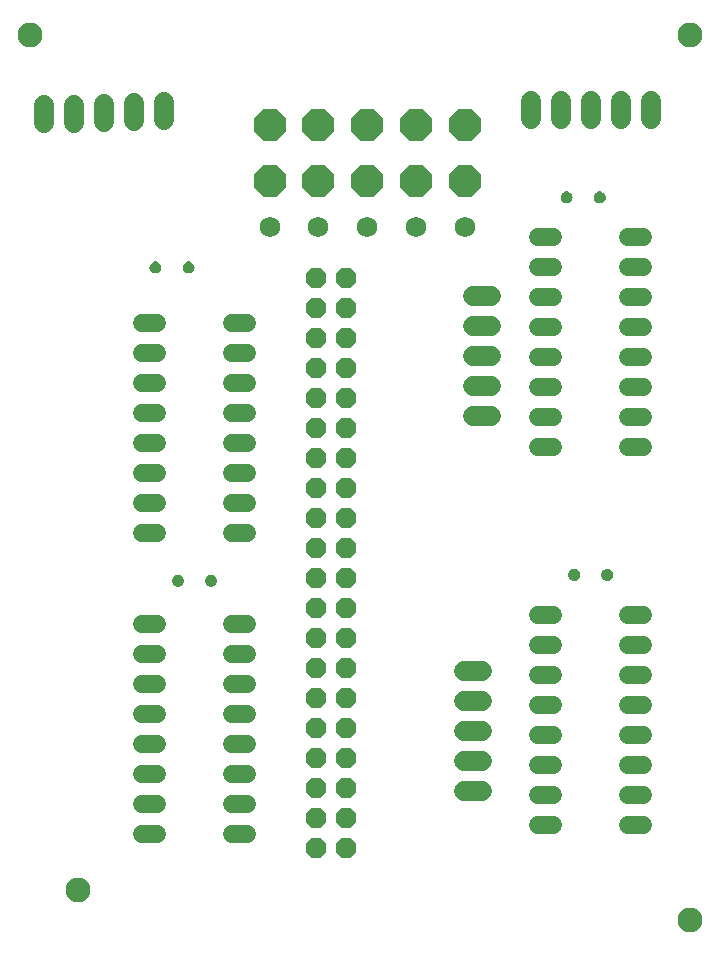
<source format=gbr>
G04 EAGLE Gerber RS-274X export*
G75*
%MOMM*%
%FSLAX34Y34*%
%LPD*%
%INSoldermask Top*%
%IPPOS*%
%AMOC8*
5,1,8,0,0,1.08239X$1,22.5*%
G01*
%ADD10C,2.108200*%
%ADD11C,1.727200*%
%ADD12C,1.727200*%
%ADD13P,1.869504X8X292.500000*%
%ADD14C,1.524000*%
%ADD15P,2.969212X8X22.500000*%
%ADD16P,2.969212X8X112.500000*%

G36*
X518146Y657370D02*
X518146Y657370D01*
X518272Y657368D01*
X519283Y657508D01*
X519331Y657524D01*
X519421Y657543D01*
X520376Y657904D01*
X520419Y657930D01*
X520503Y657969D01*
X521353Y658534D01*
X521390Y658569D01*
X521462Y658625D01*
X522166Y659365D01*
X522194Y659407D01*
X522252Y659478D01*
X522773Y660356D01*
X522791Y660403D01*
X522832Y660486D01*
X523145Y661458D01*
X523152Y661508D01*
X523173Y661597D01*
X523262Y662614D01*
X523257Y662665D01*
X523258Y662755D01*
X523127Y663719D01*
X523111Y663767D01*
X523092Y663857D01*
X522750Y664768D01*
X522724Y664811D01*
X522685Y664894D01*
X522148Y665706D01*
X522113Y665742D01*
X522057Y665815D01*
X521353Y666486D01*
X521311Y666514D01*
X521240Y666572D01*
X520405Y667070D01*
X520357Y667088D01*
X520275Y667129D01*
X519350Y667429D01*
X519299Y667436D01*
X519210Y667457D01*
X518241Y667543D01*
X518194Y667539D01*
X518119Y667542D01*
X517143Y667441D01*
X517095Y667427D01*
X517005Y667411D01*
X516076Y667095D01*
X516032Y667070D01*
X515947Y667034D01*
X515112Y666519D01*
X515075Y666486D01*
X515000Y666432D01*
X514301Y665744D01*
X514271Y665702D01*
X514211Y665633D01*
X513682Y664807D01*
X513663Y664760D01*
X513619Y664680D01*
X513287Y663756D01*
X513279Y663707D01*
X513254Y663618D01*
X513136Y662644D01*
X513139Y662594D01*
X513135Y662507D01*
X513230Y661505D01*
X513244Y661457D01*
X513260Y661366D01*
X513576Y660410D01*
X513600Y660366D01*
X513636Y660281D01*
X514157Y659420D01*
X514190Y659382D01*
X514243Y659308D01*
X514943Y658584D01*
X514984Y658554D01*
X515053Y658493D01*
X515896Y657944D01*
X515942Y657924D01*
X516023Y657880D01*
X516967Y657531D01*
X517017Y657522D01*
X517105Y657497D01*
X518103Y657368D01*
X518146Y657370D01*
G37*
G36*
X546137Y657370D02*
X546137Y657370D01*
X546263Y657368D01*
X547274Y657508D01*
X547322Y657524D01*
X547412Y657543D01*
X548367Y657904D01*
X548410Y657930D01*
X548494Y657969D01*
X549344Y658534D01*
X549381Y658569D01*
X549453Y658625D01*
X550157Y659365D01*
X550185Y659407D01*
X550243Y659478D01*
X550764Y660356D01*
X550782Y660403D01*
X550823Y660486D01*
X551136Y661458D01*
X551143Y661508D01*
X551164Y661597D01*
X551253Y662614D01*
X551248Y662665D01*
X551249Y662755D01*
X551118Y663719D01*
X551102Y663767D01*
X551083Y663857D01*
X550741Y664768D01*
X550715Y664811D01*
X550676Y664894D01*
X550139Y665706D01*
X550104Y665742D01*
X550048Y665815D01*
X549344Y666486D01*
X549302Y666514D01*
X549231Y666572D01*
X548396Y667070D01*
X548348Y667088D01*
X548266Y667129D01*
X547341Y667429D01*
X547290Y667436D01*
X547201Y667457D01*
X546232Y667543D01*
X546185Y667539D01*
X546110Y667542D01*
X545134Y667441D01*
X545086Y667427D01*
X544996Y667411D01*
X544067Y667095D01*
X544023Y667070D01*
X543938Y667034D01*
X543103Y666519D01*
X543066Y666486D01*
X542991Y666432D01*
X542292Y665744D01*
X542262Y665702D01*
X542202Y665633D01*
X541673Y664807D01*
X541654Y664760D01*
X541610Y664680D01*
X541278Y663756D01*
X541270Y663707D01*
X541245Y663618D01*
X541127Y662644D01*
X541130Y662594D01*
X541126Y662507D01*
X541221Y661505D01*
X541235Y661457D01*
X541251Y661366D01*
X541567Y660410D01*
X541591Y660366D01*
X541627Y660281D01*
X542148Y659420D01*
X542181Y659382D01*
X542234Y659308D01*
X542934Y658584D01*
X542975Y658554D01*
X543044Y658493D01*
X543887Y657944D01*
X543933Y657924D01*
X544014Y657880D01*
X544958Y657531D01*
X545008Y657522D01*
X545096Y657497D01*
X546094Y657368D01*
X546137Y657370D01*
G37*
G36*
X552487Y337753D02*
X552487Y337753D01*
X552613Y337752D01*
X553624Y337891D01*
X553672Y337907D01*
X553762Y337926D01*
X554717Y338288D01*
X554760Y338314D01*
X554844Y338353D01*
X555694Y338917D01*
X555731Y338952D01*
X555803Y339009D01*
X556507Y339749D01*
X556535Y339791D01*
X556593Y339862D01*
X557114Y340740D01*
X557132Y340787D01*
X557173Y340869D01*
X557486Y341841D01*
X557493Y341891D01*
X557514Y341980D01*
X557603Y342998D01*
X557598Y343048D01*
X557599Y343139D01*
X557468Y344103D01*
X557452Y344151D01*
X557433Y344240D01*
X557091Y345151D01*
X557065Y345194D01*
X557026Y345278D01*
X556489Y346089D01*
X556454Y346125D01*
X556398Y346198D01*
X555694Y346870D01*
X555652Y346898D01*
X555581Y346956D01*
X554746Y347454D01*
X554698Y347472D01*
X554616Y347512D01*
X553691Y347812D01*
X553640Y347819D01*
X553551Y347841D01*
X552582Y347927D01*
X552535Y347923D01*
X552460Y347926D01*
X551484Y347824D01*
X551436Y347810D01*
X551346Y347794D01*
X550417Y347478D01*
X550373Y347454D01*
X550288Y347417D01*
X549453Y346903D01*
X549416Y346869D01*
X549341Y346815D01*
X548642Y346127D01*
X548612Y346086D01*
X548552Y346017D01*
X548023Y345190D01*
X548004Y345144D01*
X547960Y345063D01*
X547628Y344140D01*
X547620Y344090D01*
X547595Y344001D01*
X547477Y343027D01*
X547480Y342977D01*
X547476Y342891D01*
X547571Y341889D01*
X547585Y341840D01*
X547601Y341750D01*
X547917Y340794D01*
X547941Y340749D01*
X547977Y340665D01*
X548498Y339804D01*
X548531Y339766D01*
X548584Y339691D01*
X549284Y338967D01*
X549325Y338938D01*
X549394Y338877D01*
X550237Y338327D01*
X550283Y338307D01*
X550364Y338263D01*
X551308Y337915D01*
X551358Y337906D01*
X551446Y337881D01*
X552444Y337751D01*
X552487Y337753D01*
G37*
G36*
X524496Y337753D02*
X524496Y337753D01*
X524622Y337752D01*
X525633Y337891D01*
X525681Y337907D01*
X525771Y337926D01*
X526726Y338288D01*
X526769Y338314D01*
X526853Y338353D01*
X527703Y338917D01*
X527740Y338952D01*
X527812Y339009D01*
X528516Y339749D01*
X528544Y339791D01*
X528602Y339862D01*
X529123Y340740D01*
X529141Y340787D01*
X529182Y340869D01*
X529495Y341841D01*
X529502Y341891D01*
X529523Y341980D01*
X529612Y342998D01*
X529607Y343048D01*
X529608Y343139D01*
X529477Y344103D01*
X529461Y344151D01*
X529442Y344240D01*
X529100Y345151D01*
X529074Y345194D01*
X529035Y345278D01*
X528498Y346089D01*
X528463Y346125D01*
X528407Y346198D01*
X527703Y346870D01*
X527661Y346898D01*
X527590Y346956D01*
X526755Y347454D01*
X526707Y347472D01*
X526625Y347512D01*
X525700Y347812D01*
X525649Y347819D01*
X525560Y347841D01*
X524591Y347927D01*
X524544Y347923D01*
X524469Y347926D01*
X523493Y347824D01*
X523445Y347810D01*
X523355Y347794D01*
X522426Y347478D01*
X522382Y347454D01*
X522297Y347417D01*
X521462Y346903D01*
X521425Y346869D01*
X521350Y346815D01*
X520651Y346127D01*
X520621Y346086D01*
X520561Y346017D01*
X520032Y345190D01*
X520013Y345144D01*
X519969Y345063D01*
X519637Y344140D01*
X519629Y344090D01*
X519604Y344001D01*
X519486Y343027D01*
X519489Y342977D01*
X519485Y342891D01*
X519580Y341889D01*
X519594Y341840D01*
X519610Y341750D01*
X519926Y340794D01*
X519950Y340749D01*
X519986Y340665D01*
X520507Y339804D01*
X520540Y339766D01*
X520593Y339691D01*
X521293Y338967D01*
X521334Y338938D01*
X521403Y338877D01*
X522246Y338327D01*
X522292Y338307D01*
X522373Y338263D01*
X523317Y337915D01*
X523367Y337906D01*
X523455Y337881D01*
X524453Y337751D01*
X524496Y337753D01*
G37*
G36*
X198086Y598227D02*
X198086Y598227D01*
X198161Y598224D01*
X199137Y598326D01*
X199185Y598340D01*
X199275Y598356D01*
X200204Y598672D01*
X200248Y598697D01*
X200333Y598733D01*
X201168Y599247D01*
X201205Y599281D01*
X201280Y599335D01*
X201980Y600023D01*
X202009Y600064D01*
X202069Y600133D01*
X202598Y600960D01*
X202617Y601006D01*
X202661Y601087D01*
X202993Y602010D01*
X203001Y602060D01*
X203026Y602149D01*
X203144Y603123D01*
X203141Y603173D01*
X203145Y603259D01*
X203050Y604261D01*
X203036Y604310D01*
X203020Y604400D01*
X202704Y605356D01*
X202680Y605401D01*
X202645Y605485D01*
X202123Y606346D01*
X202090Y606384D01*
X202037Y606459D01*
X201337Y607183D01*
X201296Y607212D01*
X201227Y607273D01*
X200384Y607823D01*
X200338Y607843D01*
X200257Y607887D01*
X199313Y608235D01*
X199263Y608244D01*
X199175Y608269D01*
X198177Y608399D01*
X198134Y608397D01*
X198008Y608398D01*
X196997Y608259D01*
X196949Y608243D01*
X196859Y608224D01*
X195904Y607862D01*
X195861Y607836D01*
X195777Y607798D01*
X194927Y607233D01*
X194890Y607198D01*
X194818Y607141D01*
X194114Y606402D01*
X194086Y606359D01*
X194028Y606288D01*
X193507Y605410D01*
X193489Y605363D01*
X193448Y605281D01*
X193135Y604309D01*
X193128Y604259D01*
X193107Y604170D01*
X193018Y603152D01*
X193023Y603102D01*
X193022Y603011D01*
X193153Y602047D01*
X193169Y601999D01*
X193188Y601910D01*
X193530Y600999D01*
X193556Y600956D01*
X193595Y600873D01*
X194132Y600061D01*
X194167Y600025D01*
X194223Y599952D01*
X194927Y599280D01*
X194969Y599253D01*
X195040Y599194D01*
X195876Y598696D01*
X195923Y598678D01*
X196005Y598638D01*
X196931Y598338D01*
X196981Y598331D01*
X197070Y598309D01*
X198039Y598223D01*
X198086Y598227D01*
G37*
G36*
X170095Y598227D02*
X170095Y598227D01*
X170170Y598224D01*
X171146Y598326D01*
X171194Y598340D01*
X171284Y598356D01*
X172213Y598672D01*
X172257Y598697D01*
X172342Y598733D01*
X173177Y599247D01*
X173214Y599281D01*
X173289Y599335D01*
X173989Y600023D01*
X174018Y600064D01*
X174078Y600133D01*
X174607Y600960D01*
X174626Y601006D01*
X174670Y601087D01*
X175002Y602010D01*
X175010Y602060D01*
X175035Y602149D01*
X175153Y603123D01*
X175150Y603173D01*
X175154Y603259D01*
X175059Y604261D01*
X175045Y604310D01*
X175029Y604400D01*
X174713Y605356D01*
X174689Y605401D01*
X174654Y605485D01*
X174132Y606346D01*
X174099Y606384D01*
X174046Y606459D01*
X173346Y607183D01*
X173305Y607212D01*
X173236Y607273D01*
X172393Y607823D01*
X172347Y607843D01*
X172266Y607887D01*
X171322Y608235D01*
X171272Y608244D01*
X171184Y608269D01*
X170186Y608399D01*
X170143Y608397D01*
X170017Y608398D01*
X169006Y608259D01*
X168958Y608243D01*
X168868Y608224D01*
X167913Y607862D01*
X167870Y607836D01*
X167786Y607798D01*
X166936Y607233D01*
X166899Y607198D01*
X166827Y607141D01*
X166123Y606402D01*
X166095Y606359D01*
X166037Y606288D01*
X165516Y605410D01*
X165498Y605363D01*
X165457Y605281D01*
X165144Y604309D01*
X165137Y604259D01*
X165116Y604170D01*
X165027Y603152D01*
X165032Y603102D01*
X165031Y603011D01*
X165162Y602047D01*
X165178Y601999D01*
X165197Y601910D01*
X165539Y600999D01*
X165565Y600956D01*
X165604Y600873D01*
X166141Y600061D01*
X166176Y600025D01*
X166232Y599952D01*
X166936Y599280D01*
X166978Y599253D01*
X167049Y599194D01*
X167885Y598696D01*
X167932Y598678D01*
X168014Y598638D01*
X168940Y598338D01*
X168990Y598331D01*
X169079Y598309D01*
X170048Y598223D01*
X170095Y598227D01*
G37*
G36*
X189145Y332797D02*
X189145Y332797D01*
X189220Y332794D01*
X190196Y332896D01*
X190244Y332910D01*
X190334Y332926D01*
X191263Y333242D01*
X191307Y333267D01*
X191392Y333303D01*
X192227Y333817D01*
X192264Y333851D01*
X192339Y333905D01*
X193039Y334593D01*
X193068Y334634D01*
X193128Y334703D01*
X193657Y335530D01*
X193676Y335576D01*
X193720Y335657D01*
X194052Y336580D01*
X194060Y336630D01*
X194085Y336719D01*
X194203Y337693D01*
X194200Y337743D01*
X194204Y337829D01*
X194109Y338831D01*
X194095Y338880D01*
X194079Y338970D01*
X193763Y339926D01*
X193739Y339971D01*
X193704Y340055D01*
X193182Y340916D01*
X193149Y340954D01*
X193096Y341029D01*
X192396Y341753D01*
X192355Y341782D01*
X192286Y341843D01*
X191443Y342393D01*
X191397Y342413D01*
X191316Y342457D01*
X190372Y342805D01*
X190322Y342814D01*
X190234Y342839D01*
X189236Y342969D01*
X189193Y342967D01*
X189067Y342968D01*
X188056Y342829D01*
X188008Y342813D01*
X187918Y342794D01*
X186963Y342432D01*
X186920Y342406D01*
X186836Y342368D01*
X185986Y341803D01*
X185949Y341768D01*
X185877Y341711D01*
X185173Y340972D01*
X185145Y340929D01*
X185087Y340858D01*
X184566Y339980D01*
X184548Y339933D01*
X184507Y339851D01*
X184194Y338879D01*
X184187Y338829D01*
X184166Y338740D01*
X184077Y337722D01*
X184082Y337672D01*
X184081Y337581D01*
X184212Y336617D01*
X184228Y336569D01*
X184247Y336480D01*
X184589Y335569D01*
X184615Y335526D01*
X184654Y335443D01*
X185191Y334631D01*
X185226Y334595D01*
X185282Y334522D01*
X185986Y333850D01*
X186028Y333823D01*
X186099Y333764D01*
X186935Y333266D01*
X186982Y333248D01*
X187064Y333208D01*
X187990Y332908D01*
X188040Y332901D01*
X188129Y332879D01*
X189098Y332793D01*
X189145Y332797D01*
G37*
G36*
X217136Y332797D02*
X217136Y332797D01*
X217211Y332794D01*
X218187Y332896D01*
X218235Y332910D01*
X218325Y332926D01*
X219254Y333242D01*
X219298Y333267D01*
X219383Y333303D01*
X220218Y333817D01*
X220255Y333851D01*
X220330Y333905D01*
X221030Y334593D01*
X221059Y334634D01*
X221119Y334703D01*
X221648Y335530D01*
X221667Y335576D01*
X221711Y335657D01*
X222043Y336580D01*
X222051Y336630D01*
X222076Y336719D01*
X222194Y337693D01*
X222191Y337743D01*
X222195Y337829D01*
X222100Y338831D01*
X222086Y338880D01*
X222070Y338970D01*
X221754Y339926D01*
X221730Y339971D01*
X221695Y340055D01*
X221173Y340916D01*
X221140Y340954D01*
X221087Y341029D01*
X220387Y341753D01*
X220346Y341782D01*
X220277Y341843D01*
X219434Y342393D01*
X219388Y342413D01*
X219307Y342457D01*
X218363Y342805D01*
X218313Y342814D01*
X218225Y342839D01*
X217227Y342969D01*
X217184Y342967D01*
X217058Y342968D01*
X216047Y342829D01*
X215999Y342813D01*
X215909Y342794D01*
X214954Y342432D01*
X214911Y342406D01*
X214827Y342368D01*
X213977Y341803D01*
X213940Y341768D01*
X213868Y341711D01*
X213164Y340972D01*
X213136Y340929D01*
X213078Y340858D01*
X212557Y339980D01*
X212539Y339933D01*
X212498Y339851D01*
X212185Y338879D01*
X212178Y338829D01*
X212157Y338740D01*
X212068Y337722D01*
X212073Y337672D01*
X212072Y337581D01*
X212203Y336617D01*
X212219Y336569D01*
X212238Y336480D01*
X212580Y335569D01*
X212606Y335526D01*
X212645Y335443D01*
X213182Y334631D01*
X213217Y334595D01*
X213273Y334522D01*
X213977Y333850D01*
X214019Y333823D01*
X214090Y333764D01*
X214926Y333266D01*
X214973Y333248D01*
X215055Y333208D01*
X215981Y332908D01*
X216031Y332901D01*
X216120Y332879D01*
X217089Y332793D01*
X217136Y332797D01*
G37*
D10*
X63500Y800100D03*
X622300Y800100D03*
X104140Y76200D03*
X622300Y50800D03*
D11*
X266700Y637540D03*
X307975Y637540D03*
X349250Y637540D03*
X390525Y637540D03*
X431800Y637540D03*
D12*
X589915Y728980D02*
X589915Y744220D01*
X564515Y744220D02*
X564515Y728980D01*
X539115Y728980D02*
X539115Y744220D01*
X513715Y744220D02*
X513715Y728980D01*
X488315Y728980D02*
X488315Y744220D01*
X176964Y742919D02*
X177336Y727683D01*
X151944Y727063D02*
X151571Y742298D01*
X126179Y741678D02*
X126551Y726442D01*
X101159Y725822D02*
X100786Y741057D01*
X75394Y740437D02*
X75766Y725201D01*
X438785Y579120D02*
X454025Y579120D01*
X454025Y553720D02*
X438785Y553720D01*
X438785Y528320D02*
X454025Y528320D01*
X454025Y502920D02*
X438785Y502920D01*
X438785Y477520D02*
X454025Y477520D01*
X446405Y261620D02*
X431165Y261620D01*
X431165Y236220D02*
X446405Y236220D01*
X446405Y210820D02*
X431165Y210820D01*
X431165Y185420D02*
X446405Y185420D01*
X446405Y160020D02*
X431165Y160020D01*
D13*
X306070Y594360D03*
X331470Y594360D03*
X306070Y568960D03*
X331470Y568960D03*
X306070Y543560D03*
X331470Y543560D03*
X306070Y518160D03*
X331470Y518160D03*
X306070Y492760D03*
X331470Y492760D03*
X306070Y467360D03*
X331470Y467360D03*
X306070Y441960D03*
X331470Y441960D03*
X306070Y416560D03*
X331470Y416560D03*
X306070Y391160D03*
X331470Y391160D03*
X306070Y365760D03*
X331470Y365760D03*
X306070Y340360D03*
X331470Y340360D03*
X306070Y314960D03*
X331470Y314960D03*
X306070Y289560D03*
X331470Y289560D03*
X306070Y264160D03*
X331470Y264160D03*
X306070Y238760D03*
X331470Y238760D03*
X306070Y213360D03*
X331470Y213360D03*
X306070Y187960D03*
X331470Y187960D03*
X306070Y162560D03*
X331470Y162560D03*
X306070Y137160D03*
X331470Y137160D03*
X306070Y111760D03*
X331470Y111760D03*
D14*
X247904Y378460D02*
X234696Y378460D01*
X234696Y403860D02*
X247904Y403860D01*
X247904Y480060D02*
X234696Y480060D01*
X234696Y505460D02*
X247904Y505460D01*
X247904Y429260D02*
X234696Y429260D01*
X234696Y454660D02*
X247904Y454660D01*
X247904Y530860D02*
X234696Y530860D01*
X234696Y556260D02*
X247904Y556260D01*
X171704Y556260D02*
X158496Y556260D01*
X158496Y530860D02*
X171704Y530860D01*
X171704Y505460D02*
X158496Y505460D01*
X158496Y480060D02*
X171704Y480060D01*
X171704Y454660D02*
X158496Y454660D01*
X158496Y429260D02*
X171704Y429260D01*
X171704Y403860D02*
X158496Y403860D01*
X158496Y378460D02*
X171704Y378460D01*
X234696Y123190D02*
X247904Y123190D01*
X247904Y148590D02*
X234696Y148590D01*
X234696Y224790D02*
X247904Y224790D01*
X247904Y250190D02*
X234696Y250190D01*
X234696Y173990D02*
X247904Y173990D01*
X247904Y199390D02*
X234696Y199390D01*
X234696Y275590D02*
X247904Y275590D01*
X247904Y300990D02*
X234696Y300990D01*
X171704Y300990D02*
X158496Y300990D01*
X158496Y275590D02*
X171704Y275590D01*
X171704Y250190D02*
X158496Y250190D01*
X158496Y224790D02*
X171704Y224790D01*
X171704Y199390D02*
X158496Y199390D01*
X158496Y173990D02*
X171704Y173990D01*
X171704Y148590D02*
X158496Y148590D01*
X158496Y123190D02*
X171704Y123190D01*
X569976Y131233D02*
X583184Y131233D01*
X583184Y156633D02*
X569976Y156633D01*
X569976Y232833D02*
X583184Y232833D01*
X583184Y258233D02*
X569976Y258233D01*
X569976Y182033D02*
X583184Y182033D01*
X583184Y207433D02*
X569976Y207433D01*
X569976Y283633D02*
X583184Y283633D01*
X583184Y309033D02*
X569976Y309033D01*
X506984Y309033D02*
X493776Y309033D01*
X493776Y283633D02*
X506984Y283633D01*
X506984Y258233D02*
X493776Y258233D01*
X493776Y232833D02*
X506984Y232833D01*
X506984Y207433D02*
X493776Y207433D01*
X493776Y182033D02*
X506984Y182033D01*
X506984Y156633D02*
X493776Y156633D01*
X493776Y131233D02*
X506984Y131233D01*
X569976Y450850D02*
X583184Y450850D01*
X583184Y476250D02*
X569976Y476250D01*
X569976Y552450D02*
X583184Y552450D01*
X583184Y577850D02*
X569976Y577850D01*
X569976Y501650D02*
X583184Y501650D01*
X583184Y527050D02*
X569976Y527050D01*
X569976Y603250D02*
X583184Y603250D01*
X583184Y628650D02*
X569976Y628650D01*
X506984Y628650D02*
X493776Y628650D01*
X493776Y603250D02*
X506984Y603250D01*
X506984Y577850D02*
X493776Y577850D01*
X493776Y552450D02*
X506984Y552450D01*
X506984Y527050D02*
X493776Y527050D01*
X493776Y501650D02*
X506984Y501650D01*
X506984Y476250D02*
X493776Y476250D01*
X493776Y450850D02*
X506984Y450850D01*
D15*
X349250Y723900D03*
X431800Y723900D03*
X390525Y676275D03*
X266700Y676275D03*
X307975Y676275D03*
X307975Y723900D03*
D16*
X431800Y676275D03*
D15*
X349250Y676275D03*
X390525Y723900D03*
X266700Y723900D03*
M02*

</source>
